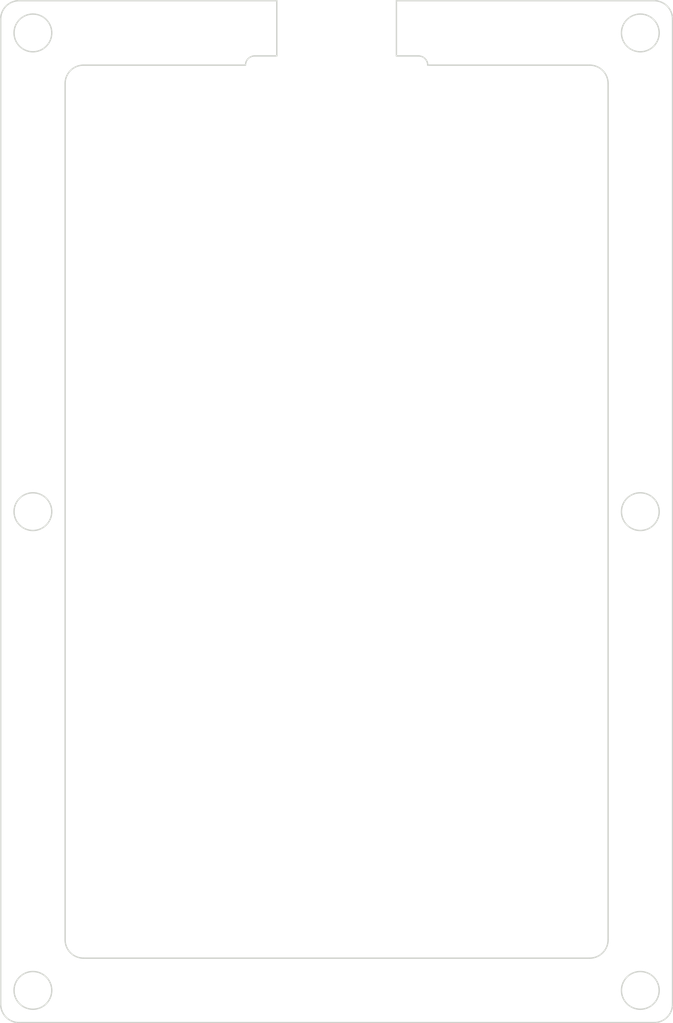
<source format=kicad_pcb>


(kicad_pcb (version 20171130) (host pcbnew 5.1.6)

  (page A3)
  (title_block
    (title "spacer_plate_bottom")
    (rev "0.1")
    (company "ceoloide")
  )

  (general
    (thickness 1.6)
  )

  (layers
    (0 F.Cu signal)
    (31 B.Cu signal)
    (32 B.Adhes user)
    (33 F.Adhes user)
    (34 B.Paste user)
    (35 F.Paste user)
    (36 B.SilkS user)
    (37 F.SilkS user)
    (38 B.Mask user)
    (39 F.Mask user)
    (40 Dwgs.User user)
    (41 Cmts.User user)
    (42 Eco1.User user)
    (43 Eco2.User user)
    (44 Edge.Cuts user)
    (45 Margin user)
    (46 B.CrtYd user)
    (47 F.CrtYd user)
    (48 B.Fab user)
    (49 F.Fab user)
  )

  (setup
    (last_trace_width 0.25)
    (trace_clearance 0.2)
    (zone_clearance 0.508)
    (zone_45_only no)
    (trace_min 0.2)
    (via_size 0.8)
    (via_drill 0.4)
    (via_min_size 0.4)
    (via_min_drill 0.3)
    (uvia_size 0.3)
    (uvia_drill 0.1)
    (uvias_allowed no)
    (uvia_min_size 0.2)
    (uvia_min_drill 0.1)
    (edge_width 0.05)
    (segment_width 0.2)
    (pcb_text_width 0.3)
    (pcb_text_size 1.5 1.5)
    (mod_edge_width 0.12)
    (mod_text_size 1 1)
    (mod_text_width 0.15)
    (pad_size 1.524 1.524)
    (pad_drill 0.762)
    (pad_to_mask_clearance 0.05)
    (aux_axis_origin 0 0)
    (visible_elements FFFFFF7F)
    (pcbplotparams
      (layerselection 0x010fc_ffffffff)
      (usegerberextensions false)
      (usegerberattributes true)
      (usegerberadvancedattributes true)
      (creategerberjobfile true)
      (excludeedgelayer true)
      (linewidth 0.100000)
      (plotframeref false)
      (viasonmask false)
      (mode 1)
      (useauxorigin false)
      (hpglpennumber 1)
      (hpglpenspeed 20)
      (hpglpendiameter 15.000000)
      (psnegative false)
      (psa4output false)
      (plotreference true)
      (plotvalue true)
      (plotinvisibletext false)
      (padsonsilk false)
      (subtractmaskfromsilk false)
      (outputformat 1)
      (mirror false)
      (drillshape 1)
      (scaleselection 1)
      (outputdirectory ""))
  )

  (net 0 "")

  (net_class Default "This is the default net class."
    (clearance 0.2)
    (trace_width 0.25)
    (via_dia 0.8)
    (via_drill 0.4)
    (uvia_dia 0.3)
    (uvia_drill 0.1)
    (add_net "")
  )

  
  (gr_line (start 44.5 142.5) (end 113.5 142.5) (angle 90) (layer Edge.Cuts) (width 0.15))
(gr_line (start 115.5 140.5) (end 115.5 33.5) (angle 90) (layer Edge.Cuts) (width 0.15))
(gr_line (start 44.5 31.5) (end 72.5 31.5) (angle 90) (layer Edge.Cuts) (width 0.15))
(gr_line (start 85.5 31.5) (end 113.5 31.5) (angle 90) (layer Edge.Cuts) (width 0.15))
(gr_line (start 42.5 140.5) (end 42.5 33.5) (angle 90) (layer Edge.Cuts) (width 0.15))
(gr_arc (start 113.5 140.5) (end 113.5 142.5) (angle -90) (layer Edge.Cuts) (width 0.15))
(gr_arc (start 113.5 33.5) (end 115.5 33.5) (angle -90) (layer Edge.Cuts) (width 0.15))
(gr_arc (start 44.5 33.5) (end 44.5 31.5) (angle -90) (layer Edge.Cuts) (width 0.15))
(gr_arc (start 44.5 140.5) (end 42.5 140.5) (angle -90) (layer Edge.Cuts) (width 0.15))
(gr_line (start 51.5 135.5) (end 106.5 135.5) (angle 90) (layer Edge.Cuts) (width 0.15))
(gr_arc (start 106.5 133.5) (end 106.5 135.5) (angle -90) (layer Edge.Cuts) (width 0.15))
(gr_line (start 108.5 133.5) (end 108.5 40.5) (angle 90) (layer Edge.Cuts) (width 0.15))
(gr_arc (start 106.5 40.5) (end 108.5 40.5) (angle -90) (layer Edge.Cuts) (width 0.15))
(gr_line (start 106.5 38.5) (end 88.89999999999999 38.5) (angle 90) (layer Edge.Cuts) (width 0.15))
(gr_line (start 69.1 38.5) (end 51.5 38.5) (angle 90) (layer Edge.Cuts) (width 0.15))
(gr_arc (start 51.5 40.5) (end 51.5 38.5) (angle -90) (layer Edge.Cuts) (width 0.15))
(gr_line (start 49.5 40.5) (end 49.5 133.5) (angle 90) (layer Edge.Cuts) (width 0.15))
(gr_arc (start 51.5 133.5) (end 49.5 133.5) (angle -90) (layer Edge.Cuts) (width 0.15))
(gr_circle (center 46 35) (end 48.05 35) (layer Edge.Cuts) (width 0.15))
(gr_circle (center 112 35) (end 114.05 35) (layer Edge.Cuts) (width 0.15))
(gr_circle (center 46 87) (end 48.05 87) (layer Edge.Cuts) (width 0.15))
(gr_circle (center 112 87) (end 114.05 87) (layer Edge.Cuts) (width 0.15))
(gr_circle (center 46 139) (end 48.05 139) (layer Edge.Cuts) (width 0.15))
(gr_circle (center 112 139) (end 114.05 139) (layer Edge.Cuts) (width 0.15))
(gr_arc (start 87.89999999999999 38.5) (end 88.89999999999999 38.5) (angle -90) (layer Edge.Cuts) (width 0.15))
(gr_line (start 87.89999999999999 37.5) (end 85.5 37.5) (angle 90) (layer Edge.Cuts) (width 0.15))
(gr_line (start 72.5 37.5) (end 70.1 37.5) (angle 90) (layer Edge.Cuts) (width 0.15))
(gr_arc (start 70.1 38.5) (end 70.1 37.5) (angle -90) (layer Edge.Cuts) (width 0.15))
(gr_line (start 85.5 37.5) (end 85.5 31.5) (angle 90) (layer Edge.Cuts) (width 0.15))
(gr_line (start 72.5 31.5) (end 72.5 37.5) (angle 90) (layer Edge.Cuts) (width 0.15))

)


</source>
